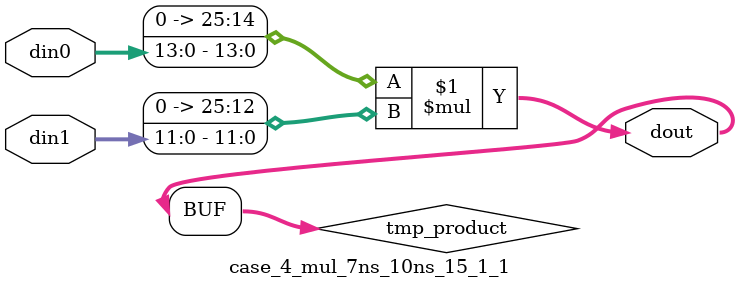
<source format=v>

`timescale 1 ns / 1 ps

 (* use_dsp = "no" *)  module case_4_mul_7ns_10ns_15_1_1(din0, din1, dout);
parameter ID = 1;
parameter NUM_STAGE = 0;
parameter din0_WIDTH = 14;
parameter din1_WIDTH = 12;
parameter dout_WIDTH = 26;

input [din0_WIDTH - 1 : 0] din0; 
input [din1_WIDTH - 1 : 0] din1; 
output [dout_WIDTH - 1 : 0] dout;

wire signed [dout_WIDTH - 1 : 0] tmp_product;
























assign tmp_product = $signed({1'b0, din0}) * $signed({1'b0, din1});











assign dout = tmp_product;





















endmodule

</source>
